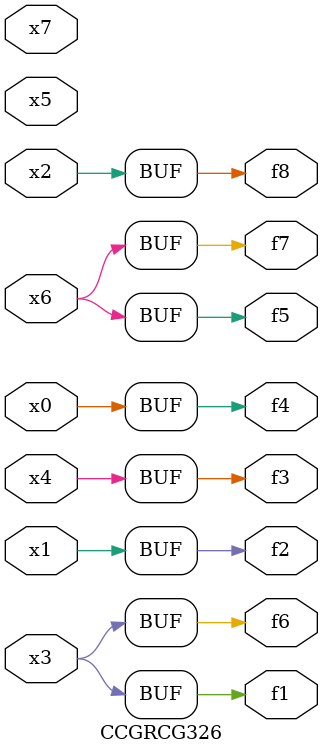
<source format=v>
module CCGRCG326(
	input x0, x1, x2, x3, x4, x5, x6, x7,
	output f1, f2, f3, f4, f5, f6, f7, f8
);
	assign f1 = x3;
	assign f2 = x1;
	assign f3 = x4;
	assign f4 = x0;
	assign f5 = x6;
	assign f6 = x3;
	assign f7 = x6;
	assign f8 = x2;
endmodule

</source>
